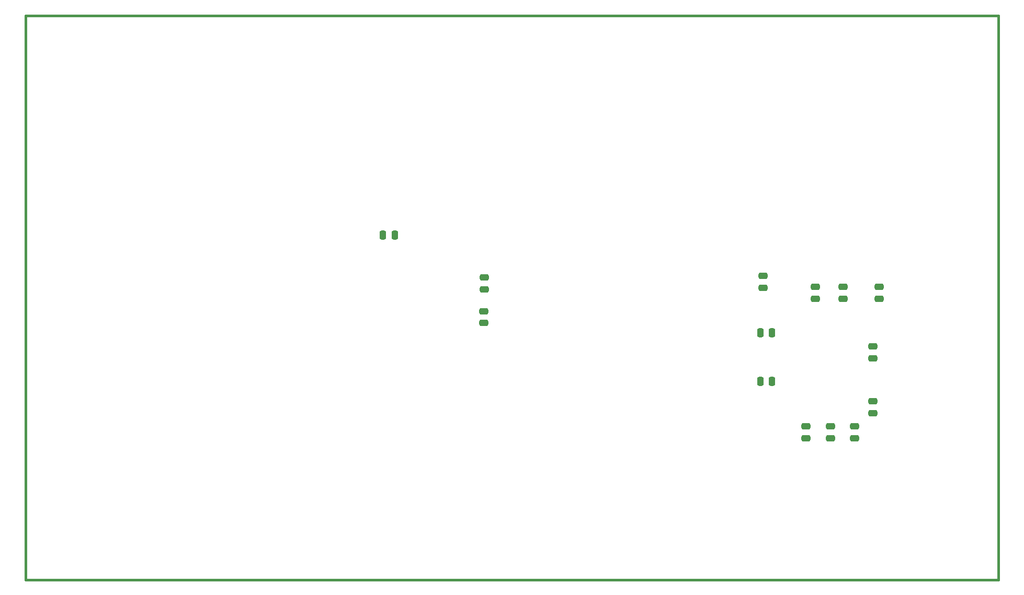
<source format=gbr>
%TF.GenerationSoftware,KiCad,Pcbnew,8.99.0-344-gfbc433deaa-dirty*%
%TF.CreationDate,2024-03-11T18:45:51+01:00*%
%TF.ProjectId,kit-dev-coldfire-xilinx_5213,6b69742d-6465-4762-9d63-6f6c64666972,2*%
%TF.SameCoordinates,Original*%
%TF.FileFunction,Paste,Bot*%
%TF.FilePolarity,Positive*%
%FSLAX46Y46*%
G04 Gerber Fmt 4.6, Leading zero omitted, Abs format (unit mm)*
G04 Created by KiCad (PCBNEW 8.99.0-344-gfbc433deaa-dirty) date 2024-03-11 18:45:51*
%MOMM*%
%LPD*%
G01*
G04 APERTURE LIST*
G04 Aperture macros list*
%AMRoundRect*
0 Rectangle with rounded corners*
0 $1 Rounding radius*
0 $2 $3 $4 $5 $6 $7 $8 $9 X,Y pos of 4 corners*
0 Add a 4 corners polygon primitive as box body*
4,1,4,$2,$3,$4,$5,$6,$7,$8,$9,$2,$3,0*
0 Add four circle primitives for the rounded corners*
1,1,$1+$1,$2,$3*
1,1,$1+$1,$4,$5*
1,1,$1+$1,$6,$7*
1,1,$1+$1,$8,$9*
0 Add four rect primitives between the rounded corners*
20,1,$1+$1,$2,$3,$4,$5,0*
20,1,$1+$1,$4,$5,$6,$7,0*
20,1,$1+$1,$6,$7,$8,$9,0*
20,1,$1+$1,$8,$9,$2,$3,0*%
G04 Aperture macros list end*
%ADD10RoundRect,0.250000X0.250000X0.475000X-0.250000X0.475000X-0.250000X-0.475000X0.250000X-0.475000X0*%
%ADD11RoundRect,0.250000X0.475000X-0.250000X0.475000X0.250000X-0.475000X0.250000X-0.475000X-0.250000X0*%
%ADD12RoundRect,0.250000X-0.475000X0.250000X-0.475000X-0.250000X0.475000X-0.250000X0.475000X0.250000X0*%
%TA.AperFunction,Profile*%
%ADD13C,0.381000*%
%TD*%
G04 APERTURE END LIST*
D10*
%TO.C,C112*%
X130871000Y-91440000D03*
X128971000Y-91440000D03*
%TD*%
D11*
%TO.C,C117*%
X145288000Y-105725000D03*
X145288000Y-103825000D03*
%TD*%
D12*
%TO.C,C118*%
X145415000Y-98364000D03*
X145415000Y-100264000D03*
%TD*%
D11*
%TO.C,C301*%
X209296000Y-101788000D03*
X209296000Y-99888000D03*
%TD*%
D10*
%TO.C,C302*%
X191958000Y-107315000D03*
X190058000Y-107315000D03*
%TD*%
D11*
%TO.C,C303*%
X203454000Y-101788000D03*
X203454000Y-99888000D03*
%TD*%
D12*
%TO.C,C304*%
X208280000Y-109540000D03*
X208280000Y-111440000D03*
%TD*%
%TO.C,C305*%
X201422000Y-122494000D03*
X201422000Y-124394000D03*
%TD*%
%TO.C,C306*%
X208280000Y-118430000D03*
X208280000Y-120330000D03*
%TD*%
%TO.C,C307*%
X190500000Y-98110000D03*
X190500000Y-100010000D03*
%TD*%
D11*
%TO.C,C308*%
X199009000Y-101788000D03*
X199009000Y-99888000D03*
%TD*%
D12*
%TO.C,C309*%
X205359000Y-122494000D03*
X205359000Y-124394000D03*
%TD*%
%TO.C,C310*%
X197485000Y-122494000D03*
X197485000Y-124394000D03*
%TD*%
D10*
%TO.C,C311*%
X191958000Y-115189000D03*
X190058000Y-115189000D03*
%TD*%
D13*
X71120000Y-147320000D02*
X228600000Y-147320000D01*
X71120000Y-55880000D02*
X71120000Y-147320000D01*
X228600000Y-55880000D02*
X228600000Y-147320000D01*
X228600000Y-55880000D02*
X71120000Y-55880000D01*
M02*

</source>
